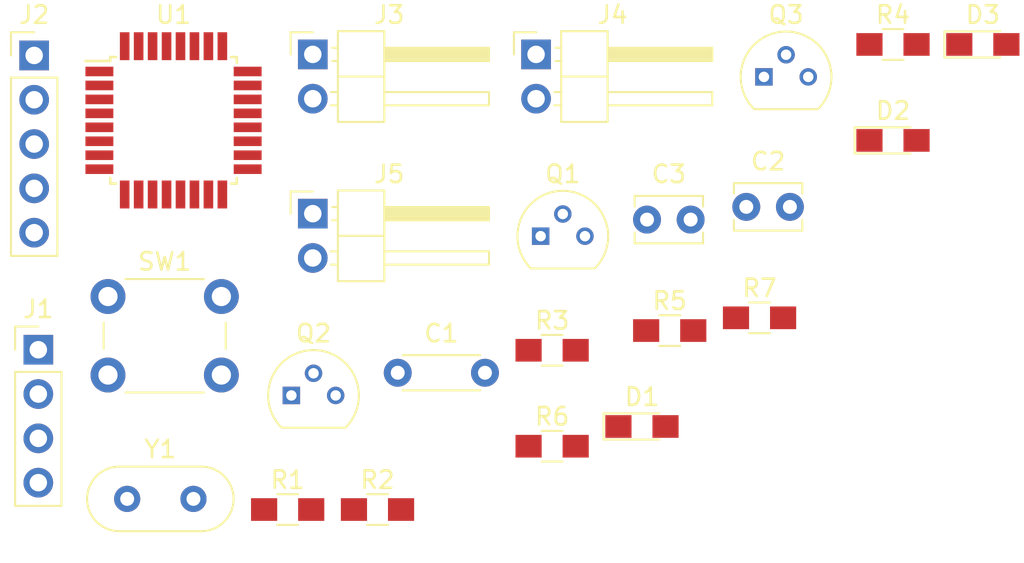
<source format=kicad_pcb>
(kicad_pcb (version 4) (host pcbnew 4.0.7)

  (general
    (links 50)
    (no_connects 50)
    (area 55.118 29.845 114.108002 62.495)
    (thickness 1.6)
    (drawings 0)
    (tracks 0)
    (zones 0)
    (modules 24)
    (nets 26)
  )

  (page User 250.012 140.005)
  (title_block
    (title "Trync operato rmodule")
  )

  (layers
    (0 F.Cu signal)
    (31 B.Cu signal)
    (32 B.Adhes user)
    (33 F.Adhes user)
    (34 B.Paste user)
    (35 F.Paste user)
    (36 B.SilkS user)
    (37 F.SilkS user)
    (38 B.Mask user)
    (39 F.Mask user)
    (40 Dwgs.User user)
    (41 Cmts.User user)
    (42 Eco1.User user)
    (43 Eco2.User user)
    (44 Edge.Cuts user)
    (45 Margin user)
    (46 B.CrtYd user)
    (47 F.CrtYd user)
    (48 B.Fab user)
    (49 F.Fab user)
  )

  (setup
    (last_trace_width 0.25)
    (trace_clearance 0.2)
    (zone_clearance 0.508)
    (zone_45_only no)
    (trace_min 0.2)
    (segment_width 0.2)
    (edge_width 0.1)
    (via_size 0.6)
    (via_drill 0.4)
    (via_min_size 0.4)
    (via_min_drill 0.3)
    (uvia_size 0.3)
    (uvia_drill 0.1)
    (uvias_allowed no)
    (uvia_min_size 0.2)
    (uvia_min_drill 0.1)
    (pcb_text_width 0.3)
    (pcb_text_size 1.5 1.5)
    (mod_edge_width 0.15)
    (mod_text_size 1 1)
    (mod_text_width 0.15)
    (pad_size 1.5 1.5)
    (pad_drill 0.6)
    (pad_to_mask_clearance 0)
    (aux_axis_origin 0 0)
    (visible_elements FFFFFF7F)
    (pcbplotparams
      (layerselection 0x00030_80000001)
      (usegerberextensions false)
      (excludeedgelayer true)
      (linewidth 0.010000)
      (plotframeref false)
      (viasonmask false)
      (mode 1)
      (useauxorigin false)
      (hpglpennumber 1)
      (hpglpenspeed 20)
      (hpglpendiameter 15)
      (hpglpenoverlay 2)
      (psnegative false)
      (psa4output false)
      (plotreference true)
      (plotvalue true)
      (plotinvisibletext false)
      (padsonsilk false)
      (subtractmaskfromsilk false)
      (outputformat 1)
      (mirror false)
      (drillshape 1)
      (scaleselection 1)
      (outputdirectory ""))
  )

  (net 0 "")
  (net 1 RESET)
  (net 2 "Net-(C1-Pad2)")
  (net 3 GND)
  (net 4 "Net-(C2-Pad2)")
  (net 5 "Net-(C3-Pad2)")
  (net 6 "Net-(D1-Pad2)")
  (net 7 "Net-(D2-Pad2)")
  (net 8 "Net-(D3-Pad2)")
  (net 9 SCL)
  (net 10 SDA)
  (net 11 VCC)
  (net 12 RX)
  (net 13 TX)
  (net 14 "Net-(J3-Pad1)")
  (net 15 "Net-(J4-Pad1)")
  (net 16 "Net-(J5-Pad1)")
  (net 17 "Net-(Q1-Pad3)")
  (net 18 "Net-(Q2-Pad3)")
  (net 19 "Net-(Q3-Pad3)")
  (net 20 "Net-(R2-Pad2)")
  (net 21 "Net-(R3-Pad2)")
  (net 22 "Net-(R4-Pad2)")
  (net 23 "Net-(R5-Pad2)")
  (net 24 "Net-(R6-Pad2)")
  (net 25 "Net-(R7-Pad2)")

  (net_class Default "This is the default net class."
    (clearance 0.2)
    (trace_width 0.25)
    (via_dia 0.6)
    (via_drill 0.4)
    (uvia_dia 0.3)
    (uvia_drill 0.1)
    (add_net GND)
    (add_net "Net-(C1-Pad2)")
    (add_net "Net-(C2-Pad2)")
    (add_net "Net-(C3-Pad2)")
    (add_net "Net-(D1-Pad2)")
    (add_net "Net-(D2-Pad2)")
    (add_net "Net-(D3-Pad2)")
    (add_net "Net-(J3-Pad1)")
    (add_net "Net-(J4-Pad1)")
    (add_net "Net-(J5-Pad1)")
    (add_net "Net-(Q1-Pad3)")
    (add_net "Net-(Q2-Pad3)")
    (add_net "Net-(Q3-Pad3)")
    (add_net "Net-(R2-Pad2)")
    (add_net "Net-(R3-Pad2)")
    (add_net "Net-(R4-Pad2)")
    (add_net "Net-(R5-Pad2)")
    (add_net "Net-(R6-Pad2)")
    (add_net "Net-(R7-Pad2)")
    (add_net RESET)
    (add_net RX)
    (add_net SCL)
    (add_net SDA)
    (add_net TX)
    (add_net VCC)
  )

  (module Capacitors_THT:C_Disc_D4.3mm_W1.9mm_P5.00mm (layer F.Cu) (tedit 597BC7C2) (tstamp 5A7DDDCA)
    (at 77.993001 51.34)
    (descr "C, Disc series, Radial, pin pitch=5.00mm, , diameter*width=4.3*1.9mm^2, Capacitor, http://www.vishay.com/docs/45233/krseries.pdf")
    (tags "C Disc series Radial pin pitch 5.00mm  diameter 4.3mm width 1.9mm Capacitor")
    (path /5A7D9850)
    (fp_text reference C1 (at 2.5 -2.26) (layer F.SilkS)
      (effects (font (size 1 1) (thickness 0.15)))
    )
    (fp_text value 100n (at 2.5 2.26) (layer F.Fab)
      (effects (font (size 1 1) (thickness 0.15)))
    )
    (fp_line (start 0.35 -0.95) (end 0.35 0.95) (layer F.Fab) (width 0.1))
    (fp_line (start 0.35 0.95) (end 4.65 0.95) (layer F.Fab) (width 0.1))
    (fp_line (start 4.65 0.95) (end 4.65 -0.95) (layer F.Fab) (width 0.1))
    (fp_line (start 4.65 -0.95) (end 0.35 -0.95) (layer F.Fab) (width 0.1))
    (fp_line (start 0.29 -1.01) (end 4.71 -1.01) (layer F.SilkS) (width 0.12))
    (fp_line (start 0.29 1.01) (end 4.71 1.01) (layer F.SilkS) (width 0.12))
    (fp_line (start 0.29 -1.01) (end 0.29 -0.996) (layer F.SilkS) (width 0.12))
    (fp_line (start 0.29 0.996) (end 0.29 1.01) (layer F.SilkS) (width 0.12))
    (fp_line (start 4.71 -1.01) (end 4.71 -0.996) (layer F.SilkS) (width 0.12))
    (fp_line (start 4.71 0.996) (end 4.71 1.01) (layer F.SilkS) (width 0.12))
    (fp_line (start -1.05 -1.3) (end -1.05 1.3) (layer F.CrtYd) (width 0.05))
    (fp_line (start -1.05 1.3) (end 6.05 1.3) (layer F.CrtYd) (width 0.05))
    (fp_line (start 6.05 1.3) (end 6.05 -1.3) (layer F.CrtYd) (width 0.05))
    (fp_line (start 6.05 -1.3) (end -1.05 -1.3) (layer F.CrtYd) (width 0.05))
    (fp_text user %R (at 2.5 0) (layer F.Fab)
      (effects (font (size 1 1) (thickness 0.15)))
    )
    (pad 1 thru_hole circle (at 0 0) (size 1.6 1.6) (drill 0.8) (layers *.Cu *.Mask)
      (net 1 RESET))
    (pad 2 thru_hole circle (at 5 0) (size 1.6 1.6) (drill 0.8) (layers *.Cu *.Mask)
      (net 2 "Net-(C1-Pad2)"))
    (model ${KISYS3DMOD}/Capacitors_THT.3dshapes/C_Disc_D4.3mm_W1.9mm_P5.00mm.wrl
      (at (xyz 0 0 0))
      (scale (xyz 1 1 1))
      (rotate (xyz 0 0 0))
    )
  )

  (module Capacitors_THT:C_Disc_D3.8mm_W2.6mm_P2.50mm (layer F.Cu) (tedit 597BC7C2) (tstamp 5A7DDDD0)
    (at 97.973001 41.83)
    (descr "C, Disc series, Radial, pin pitch=2.50mm, , diameter*width=3.8*2.6mm^2, Capacitor, http://www.vishay.com/docs/45233/krseries.pdf")
    (tags "C Disc series Radial pin pitch 2.50mm  diameter 3.8mm width 2.6mm Capacitor")
    (path /5A7DA130)
    (fp_text reference C2 (at 1.25 -2.61) (layer F.SilkS)
      (effects (font (size 1 1) (thickness 0.15)))
    )
    (fp_text value 0.22n (at 1.25 2.61) (layer F.Fab)
      (effects (font (size 1 1) (thickness 0.15)))
    )
    (fp_line (start -0.65 -1.3) (end -0.65 1.3) (layer F.Fab) (width 0.1))
    (fp_line (start -0.65 1.3) (end 3.15 1.3) (layer F.Fab) (width 0.1))
    (fp_line (start 3.15 1.3) (end 3.15 -1.3) (layer F.Fab) (width 0.1))
    (fp_line (start 3.15 -1.3) (end -0.65 -1.3) (layer F.Fab) (width 0.1))
    (fp_line (start -0.71 -1.36) (end 3.21 -1.36) (layer F.SilkS) (width 0.12))
    (fp_line (start -0.71 1.36) (end 3.21 1.36) (layer F.SilkS) (width 0.12))
    (fp_line (start -0.71 -1.36) (end -0.71 -0.75) (layer F.SilkS) (width 0.12))
    (fp_line (start -0.71 0.75) (end -0.71 1.36) (layer F.SilkS) (width 0.12))
    (fp_line (start 3.21 -1.36) (end 3.21 -0.75) (layer F.SilkS) (width 0.12))
    (fp_line (start 3.21 0.75) (end 3.21 1.36) (layer F.SilkS) (width 0.12))
    (fp_line (start -1.05 -1.65) (end -1.05 1.65) (layer F.CrtYd) (width 0.05))
    (fp_line (start -1.05 1.65) (end 3.55 1.65) (layer F.CrtYd) (width 0.05))
    (fp_line (start 3.55 1.65) (end 3.55 -1.65) (layer F.CrtYd) (width 0.05))
    (fp_line (start 3.55 -1.65) (end -1.05 -1.65) (layer F.CrtYd) (width 0.05))
    (fp_text user %R (at 1.25 0) (layer F.Fab)
      (effects (font (size 1 1) (thickness 0.15)))
    )
    (pad 1 thru_hole circle (at 0 0) (size 1.6 1.6) (drill 0.8) (layers *.Cu *.Mask)
      (net 3 GND))
    (pad 2 thru_hole circle (at 2.5 0) (size 1.6 1.6) (drill 0.8) (layers *.Cu *.Mask)
      (net 4 "Net-(C2-Pad2)"))
    (model ${KISYS3DMOD}/Capacitors_THT.3dshapes/C_Disc_D3.8mm_W2.6mm_P2.50mm.wrl
      (at (xyz 0 0 0))
      (scale (xyz 1 1 1))
      (rotate (xyz 0 0 0))
    )
  )

  (module Capacitors_THT:C_Disc_D3.8mm_W2.6mm_P2.50mm (layer F.Cu) (tedit 597BC7C2) (tstamp 5A7DDDD6)
    (at 92.283001 42.56)
    (descr "C, Disc series, Radial, pin pitch=2.50mm, , diameter*width=3.8*2.6mm^2, Capacitor, http://www.vishay.com/docs/45233/krseries.pdf")
    (tags "C Disc series Radial pin pitch 2.50mm  diameter 3.8mm width 2.6mm Capacitor")
    (path /5A7DA169)
    (fp_text reference C3 (at 1.25 -2.61) (layer F.SilkS)
      (effects (font (size 1 1) (thickness 0.15)))
    )
    (fp_text value 0.22n (at 1.25 2.61) (layer F.Fab)
      (effects (font (size 1 1) (thickness 0.15)))
    )
    (fp_line (start -0.65 -1.3) (end -0.65 1.3) (layer F.Fab) (width 0.1))
    (fp_line (start -0.65 1.3) (end 3.15 1.3) (layer F.Fab) (width 0.1))
    (fp_line (start 3.15 1.3) (end 3.15 -1.3) (layer F.Fab) (width 0.1))
    (fp_line (start 3.15 -1.3) (end -0.65 -1.3) (layer F.Fab) (width 0.1))
    (fp_line (start -0.71 -1.36) (end 3.21 -1.36) (layer F.SilkS) (width 0.12))
    (fp_line (start -0.71 1.36) (end 3.21 1.36) (layer F.SilkS) (width 0.12))
    (fp_line (start -0.71 -1.36) (end -0.71 -0.75) (layer F.SilkS) (width 0.12))
    (fp_line (start -0.71 0.75) (end -0.71 1.36) (layer F.SilkS) (width 0.12))
    (fp_line (start 3.21 -1.36) (end 3.21 -0.75) (layer F.SilkS) (width 0.12))
    (fp_line (start 3.21 0.75) (end 3.21 1.36) (layer F.SilkS) (width 0.12))
    (fp_line (start -1.05 -1.65) (end -1.05 1.65) (layer F.CrtYd) (width 0.05))
    (fp_line (start -1.05 1.65) (end 3.55 1.65) (layer F.CrtYd) (width 0.05))
    (fp_line (start 3.55 1.65) (end 3.55 -1.65) (layer F.CrtYd) (width 0.05))
    (fp_line (start 3.55 -1.65) (end -1.05 -1.65) (layer F.CrtYd) (width 0.05))
    (fp_text user %R (at 1.25 0) (layer F.Fab)
      (effects (font (size 1 1) (thickness 0.15)))
    )
    (pad 1 thru_hole circle (at 0 0) (size 1.6 1.6) (drill 0.8) (layers *.Cu *.Mask)
      (net 3 GND))
    (pad 2 thru_hole circle (at 2.5 0) (size 1.6 1.6) (drill 0.8) (layers *.Cu *.Mask)
      (net 5 "Net-(C3-Pad2)"))
    (model ${KISYS3DMOD}/Capacitors_THT.3dshapes/C_Disc_D3.8mm_W2.6mm_P2.50mm.wrl
      (at (xyz 0 0 0))
      (scale (xyz 1 1 1))
      (rotate (xyz 0 0 0))
    )
  )

  (module LEDs:LED_0805_HandSoldering (layer F.Cu) (tedit 595FCA25) (tstamp 5A7DDDDC)
    (at 91.993001 54.42)
    (descr "Resistor SMD 0805, hand soldering")
    (tags "resistor 0805")
    (path /5A7DDD92)
    (attr smd)
    (fp_text reference D1 (at 0 -1.7) (layer F.SilkS)
      (effects (font (size 1 1) (thickness 0.15)))
    )
    (fp_text value LED_B (at 0 1.75) (layer F.Fab)
      (effects (font (size 1 1) (thickness 0.15)))
    )
    (fp_line (start -0.4 -0.4) (end -0.4 0.4) (layer F.Fab) (width 0.1))
    (fp_line (start -0.4 0) (end 0.2 -0.4) (layer F.Fab) (width 0.1))
    (fp_line (start 0.2 0.4) (end -0.4 0) (layer F.Fab) (width 0.1))
    (fp_line (start 0.2 -0.4) (end 0.2 0.4) (layer F.Fab) (width 0.1))
    (fp_line (start -1 0.62) (end -1 -0.62) (layer F.Fab) (width 0.1))
    (fp_line (start 1 0.62) (end -1 0.62) (layer F.Fab) (width 0.1))
    (fp_line (start 1 -0.62) (end 1 0.62) (layer F.Fab) (width 0.1))
    (fp_line (start -1 -0.62) (end 1 -0.62) (layer F.Fab) (width 0.1))
    (fp_line (start 1 0.75) (end -2.2 0.75) (layer F.SilkS) (width 0.12))
    (fp_line (start -2.2 -0.75) (end 1 -0.75) (layer F.SilkS) (width 0.12))
    (fp_line (start -2.35 -0.9) (end 2.35 -0.9) (layer F.CrtYd) (width 0.05))
    (fp_line (start -2.35 -0.9) (end -2.35 0.9) (layer F.CrtYd) (width 0.05))
    (fp_line (start 2.35 0.9) (end 2.35 -0.9) (layer F.CrtYd) (width 0.05))
    (fp_line (start 2.35 0.9) (end -2.35 0.9) (layer F.CrtYd) (width 0.05))
    (fp_line (start -2.2 -0.75) (end -2.2 0.75) (layer F.SilkS) (width 0.12))
    (pad 1 smd rect (at -1.35 0) (size 1.5 1.3) (layers F.Cu F.Paste F.Mask)
      (net 3 GND))
    (pad 2 smd rect (at 1.35 0) (size 1.5 1.3) (layers F.Cu F.Paste F.Mask)
      (net 6 "Net-(D1-Pad2)"))
    (model ${KISYS3DMOD}/LEDs.3dshapes/LED_0805.wrl
      (at (xyz 0 0 0))
      (scale (xyz 1 1 1))
      (rotate (xyz 0 0 0))
    )
  )

  (module LEDs:LED_0805_HandSoldering (layer F.Cu) (tedit 595FCA25) (tstamp 5A7DDDE2)
    (at 106.383001 38.02)
    (descr "Resistor SMD 0805, hand soldering")
    (tags "resistor 0805")
    (path /5A7DDE0D)
    (attr smd)
    (fp_text reference D2 (at 0 -1.7) (layer F.SilkS)
      (effects (font (size 1 1) (thickness 0.15)))
    )
    (fp_text value LED_R (at 0 1.75) (layer F.Fab)
      (effects (font (size 1 1) (thickness 0.15)))
    )
    (fp_line (start -0.4 -0.4) (end -0.4 0.4) (layer F.Fab) (width 0.1))
    (fp_line (start -0.4 0) (end 0.2 -0.4) (layer F.Fab) (width 0.1))
    (fp_line (start 0.2 0.4) (end -0.4 0) (layer F.Fab) (width 0.1))
    (fp_line (start 0.2 -0.4) (end 0.2 0.4) (layer F.Fab) (width 0.1))
    (fp_line (start -1 0.62) (end -1 -0.62) (layer F.Fab) (width 0.1))
    (fp_line (start 1 0.62) (end -1 0.62) (layer F.Fab) (width 0.1))
    (fp_line (start 1 -0.62) (end 1 0.62) (layer F.Fab) (width 0.1))
    (fp_line (start -1 -0.62) (end 1 -0.62) (layer F.Fab) (width 0.1))
    (fp_line (start 1 0.75) (end -2.2 0.75) (layer F.SilkS) (width 0.12))
    (fp_line (start -2.2 -0.75) (end 1 -0.75) (layer F.SilkS) (width 0.12))
    (fp_line (start -2.35 -0.9) (end 2.35 -0.9) (layer F.CrtYd) (width 0.05))
    (fp_line (start -2.35 -0.9) (end -2.35 0.9) (layer F.CrtYd) (width 0.05))
    (fp_line (start 2.35 0.9) (end 2.35 -0.9) (layer F.CrtYd) (width 0.05))
    (fp_line (start 2.35 0.9) (end -2.35 0.9) (layer F.CrtYd) (width 0.05))
    (fp_line (start -2.2 -0.75) (end -2.2 0.75) (layer F.SilkS) (width 0.12))
    (pad 1 smd rect (at -1.35 0) (size 1.5 1.3) (layers F.Cu F.Paste F.Mask)
      (net 3 GND))
    (pad 2 smd rect (at 1.35 0) (size 1.5 1.3) (layers F.Cu F.Paste F.Mask)
      (net 7 "Net-(D2-Pad2)"))
    (model ${KISYS3DMOD}/LEDs.3dshapes/LED_0805.wrl
      (at (xyz 0 0 0))
      (scale (xyz 1 1 1))
      (rotate (xyz 0 0 0))
    )
  )

  (module LEDs:LED_0805_HandSoldering (layer F.Cu) (tedit 595FCA25) (tstamp 5A7DDDE8)
    (at 111.533001 32.52)
    (descr "Resistor SMD 0805, hand soldering")
    (tags "resistor 0805")
    (path /5A7DDB94)
    (attr smd)
    (fp_text reference D3 (at 0 -1.7) (layer F.SilkS)
      (effects (font (size 1 1) (thickness 0.15)))
    )
    (fp_text value LED_G (at 0 1.75) (layer F.Fab)
      (effects (font (size 1 1) (thickness 0.15)))
    )
    (fp_line (start -0.4 -0.4) (end -0.4 0.4) (layer F.Fab) (width 0.1))
    (fp_line (start -0.4 0) (end 0.2 -0.4) (layer F.Fab) (width 0.1))
    (fp_line (start 0.2 0.4) (end -0.4 0) (layer F.Fab) (width 0.1))
    (fp_line (start 0.2 -0.4) (end 0.2 0.4) (layer F.Fab) (width 0.1))
    (fp_line (start -1 0.62) (end -1 -0.62) (layer F.Fab) (width 0.1))
    (fp_line (start 1 0.62) (end -1 0.62) (layer F.Fab) (width 0.1))
    (fp_line (start 1 -0.62) (end 1 0.62) (layer F.Fab) (width 0.1))
    (fp_line (start -1 -0.62) (end 1 -0.62) (layer F.Fab) (width 0.1))
    (fp_line (start 1 0.75) (end -2.2 0.75) (layer F.SilkS) (width 0.12))
    (fp_line (start -2.2 -0.75) (end 1 -0.75) (layer F.SilkS) (width 0.12))
    (fp_line (start -2.35 -0.9) (end 2.35 -0.9) (layer F.CrtYd) (width 0.05))
    (fp_line (start -2.35 -0.9) (end -2.35 0.9) (layer F.CrtYd) (width 0.05))
    (fp_line (start 2.35 0.9) (end 2.35 -0.9) (layer F.CrtYd) (width 0.05))
    (fp_line (start 2.35 0.9) (end -2.35 0.9) (layer F.CrtYd) (width 0.05))
    (fp_line (start -2.2 -0.75) (end -2.2 0.75) (layer F.SilkS) (width 0.12))
    (pad 1 smd rect (at -1.35 0) (size 1.5 1.3) (layers F.Cu F.Paste F.Mask)
      (net 3 GND))
    (pad 2 smd rect (at 1.35 0) (size 1.5 1.3) (layers F.Cu F.Paste F.Mask)
      (net 8 "Net-(D3-Pad2)"))
    (model ${KISYS3DMOD}/LEDs.3dshapes/LED_0805.wrl
      (at (xyz 0 0 0))
      (scale (xyz 1 1 1))
      (rotate (xyz 0 0 0))
    )
  )

  (module Pin_Headers:Pin_Header_Straight_1x04_Pitch2.54mm (layer F.Cu) (tedit 59650532) (tstamp 5A7DDDF0)
    (at 57.389429 50.02)
    (descr "Through hole straight pin header, 1x04, 2.54mm pitch, single row")
    (tags "Through hole pin header THT 1x04 2.54mm single row")
    (path /5A7D8F27)
    (fp_text reference J1 (at 0 -2.33) (layer F.SilkS)
      (effects (font (size 1 1) (thickness 0.15)))
    )
    (fp_text value agent (at 0 9.95) (layer F.Fab)
      (effects (font (size 1 1) (thickness 0.15)))
    )
    (fp_line (start -0.635 -1.27) (end 1.27 -1.27) (layer F.Fab) (width 0.1))
    (fp_line (start 1.27 -1.27) (end 1.27 8.89) (layer F.Fab) (width 0.1))
    (fp_line (start 1.27 8.89) (end -1.27 8.89) (layer F.Fab) (width 0.1))
    (fp_line (start -1.27 8.89) (end -1.27 -0.635) (layer F.Fab) (width 0.1))
    (fp_line (start -1.27 -0.635) (end -0.635 -1.27) (layer F.Fab) (width 0.1))
    (fp_line (start -1.33 8.95) (end 1.33 8.95) (layer F.SilkS) (width 0.12))
    (fp_line (start -1.33 1.27) (end -1.33 8.95) (layer F.SilkS) (width 0.12))
    (fp_line (start 1.33 1.27) (end 1.33 8.95) (layer F.SilkS) (width 0.12))
    (fp_line (start -1.33 1.27) (end 1.33 1.27) (layer F.SilkS) (width 0.12))
    (fp_line (start -1.33 0) (end -1.33 -1.33) (layer F.SilkS) (width 0.12))
    (fp_line (start -1.33 -1.33) (end 0 -1.33) (layer F.SilkS) (width 0.12))
    (fp_line (start -1.8 -1.8) (end -1.8 9.4) (layer F.CrtYd) (width 0.05))
    (fp_line (start -1.8 9.4) (end 1.8 9.4) (layer F.CrtYd) (width 0.05))
    (fp_line (start 1.8 9.4) (end 1.8 -1.8) (layer F.CrtYd) (width 0.05))
    (fp_line (start 1.8 -1.8) (end -1.8 -1.8) (layer F.CrtYd) (width 0.05))
    (fp_text user %R (at 0 3.81 90) (layer F.Fab)
      (effects (font (size 1 1) (thickness 0.15)))
    )
    (pad 1 thru_hole rect (at 0 0) (size 1.7 1.7) (drill 1) (layers *.Cu *.Mask)
      (net 3 GND))
    (pad 2 thru_hole oval (at 0 2.54) (size 1.7 1.7) (drill 1) (layers *.Cu *.Mask)
      (net 9 SCL))
    (pad 3 thru_hole oval (at 0 5.08) (size 1.7 1.7) (drill 1) (layers *.Cu *.Mask)
      (net 10 SDA))
    (pad 4 thru_hole oval (at 0 7.62) (size 1.7 1.7) (drill 1) (layers *.Cu *.Mask)
      (net 11 VCC))
    (model ${KISYS3DMOD}/Pin_Headers.3dshapes/Pin_Header_Straight_1x04_Pitch2.54mm.wrl
      (at (xyz 0 0 0))
      (scale (xyz 1 1 1))
      (rotate (xyz 0 0 0))
    )
  )

  (module Pin_Headers:Pin_Header_Straight_1x05_Pitch2.54mm (layer F.Cu) (tedit 59650532) (tstamp 5A7DDDF9)
    (at 57.151333 33.15)
    (descr "Through hole straight pin header, 1x05, 2.54mm pitch, single row")
    (tags "Through hole pin header THT 1x05 2.54mm single row")
    (path /5A7D9148)
    (fp_text reference J2 (at 0 -2.33) (layer F.SilkS)
      (effects (font (size 1 1) (thickness 0.15)))
    )
    (fp_text value UART (at 0 12.49) (layer F.Fab)
      (effects (font (size 1 1) (thickness 0.15)))
    )
    (fp_line (start -0.635 -1.27) (end 1.27 -1.27) (layer F.Fab) (width 0.1))
    (fp_line (start 1.27 -1.27) (end 1.27 11.43) (layer F.Fab) (width 0.1))
    (fp_line (start 1.27 11.43) (end -1.27 11.43) (layer F.Fab) (width 0.1))
    (fp_line (start -1.27 11.43) (end -1.27 -0.635) (layer F.Fab) (width 0.1))
    (fp_line (start -1.27 -0.635) (end -0.635 -1.27) (layer F.Fab) (width 0.1))
    (fp_line (start -1.33 11.49) (end 1.33 11.49) (layer F.SilkS) (width 0.12))
    (fp_line (start -1.33 1.27) (end -1.33 11.49) (layer F.SilkS) (width 0.12))
    (fp_line (start 1.33 1.27) (end 1.33 11.49) (layer F.SilkS) (width 0.12))
    (fp_line (start -1.33 1.27) (end 1.33 1.27) (layer F.SilkS) (width 0.12))
    (fp_line (start -1.33 0) (end -1.33 -1.33) (layer F.SilkS) (width 0.12))
    (fp_line (start -1.33 -1.33) (end 0 -1.33) (layer F.SilkS) (width 0.12))
    (fp_line (start -1.8 -1.8) (end -1.8 11.95) (layer F.CrtYd) (width 0.05))
    (fp_line (start -1.8 11.95) (end 1.8 11.95) (layer F.CrtYd) (width 0.05))
    (fp_line (start 1.8 11.95) (end 1.8 -1.8) (layer F.CrtYd) (width 0.05))
    (fp_line (start 1.8 -1.8) (end -1.8 -1.8) (layer F.CrtYd) (width 0.05))
    (fp_text user %R (at 0 5.08 90) (layer F.Fab)
      (effects (font (size 1 1) (thickness 0.15)))
    )
    (pad 1 thru_hole rect (at 0 0) (size 1.7 1.7) (drill 1) (layers *.Cu *.Mask)
      (net 2 "Net-(C1-Pad2)"))
    (pad 2 thru_hole oval (at 0 2.54) (size 1.7 1.7) (drill 1) (layers *.Cu *.Mask)
      (net 3 GND))
    (pad 3 thru_hole oval (at 0 5.08) (size 1.7 1.7) (drill 1) (layers *.Cu *.Mask)
      (net 12 RX))
    (pad 4 thru_hole oval (at 0 7.62) (size 1.7 1.7) (drill 1) (layers *.Cu *.Mask)
      (net 13 TX))
    (pad 5 thru_hole oval (at 0 10.16) (size 1.7 1.7) (drill 1) (layers *.Cu *.Mask)
      (net 11 VCC))
    (model ${KISYS3DMOD}/Pin_Headers.3dshapes/Pin_Header_Straight_1x05_Pitch2.54mm.wrl
      (at (xyz 0 0 0))
      (scale (xyz 1 1 1))
      (rotate (xyz 0 0 0))
    )
  )

  (module Pin_Headers:Pin_Header_Angled_1x02_Pitch2.54mm (layer F.Cu) (tedit 59650532) (tstamp 5A7DDDFF)
    (at 73.123001 33.09)
    (descr "Through hole angled pin header, 1x02, 2.54mm pitch, 6mm pin length, single row")
    (tags "Through hole angled pin header THT 1x02 2.54mm single row")
    (path /5A7DC191)
    (fp_text reference J3 (at 4.385 -2.27) (layer F.SilkS)
      (effects (font (size 1 1) (thickness 0.15)))
    )
    (fp_text value AC (at 4.385 4.81) (layer F.Fab)
      (effects (font (size 1 1) (thickness 0.15)))
    )
    (fp_line (start 2.135 -1.27) (end 4.04 -1.27) (layer F.Fab) (width 0.1))
    (fp_line (start 4.04 -1.27) (end 4.04 3.81) (layer F.Fab) (width 0.1))
    (fp_line (start 4.04 3.81) (end 1.5 3.81) (layer F.Fab) (width 0.1))
    (fp_line (start 1.5 3.81) (end 1.5 -0.635) (layer F.Fab) (width 0.1))
    (fp_line (start 1.5 -0.635) (end 2.135 -1.27) (layer F.Fab) (width 0.1))
    (fp_line (start -0.32 -0.32) (end 1.5 -0.32) (layer F.Fab) (width 0.1))
    (fp_line (start -0.32 -0.32) (end -0.32 0.32) (layer F.Fab) (width 0.1))
    (fp_line (start -0.32 0.32) (end 1.5 0.32) (layer F.Fab) (width 0.1))
    (fp_line (start 4.04 -0.32) (end 10.04 -0.32) (layer F.Fab) (width 0.1))
    (fp_line (start 10.04 -0.32) (end 10.04 0.32) (layer F.Fab) (width 0.1))
    (fp_line (start 4.04 0.32) (end 10.04 0.32) (layer F.Fab) (width 0.1))
    (fp_line (start -0.32 2.22) (end 1.5 2.22) (layer F.Fab) (width 0.1))
    (fp_line (start -0.32 2.22) (end -0.32 2.86) (layer F.Fab) (width 0.1))
    (fp_line (start -0.32 2.86) (end 1.5 2.86) (layer F.Fab) (width 0.1))
    (fp_line (start 4.04 2.22) (end 10.04 2.22) (layer F.Fab) (width 0.1))
    (fp_line (start 10.04 2.22) (end 10.04 2.86) (layer F.Fab) (width 0.1))
    (fp_line (start 4.04 2.86) (end 10.04 2.86) (layer F.Fab) (width 0.1))
    (fp_line (start 1.44 -1.33) (end 1.44 3.87) (layer F.SilkS) (width 0.12))
    (fp_line (start 1.44 3.87) (end 4.1 3.87) (layer F.SilkS) (width 0.12))
    (fp_line (start 4.1 3.87) (end 4.1 -1.33) (layer F.SilkS) (width 0.12))
    (fp_line (start 4.1 -1.33) (end 1.44 -1.33) (layer F.SilkS) (width 0.12))
    (fp_line (start 4.1 -0.38) (end 10.1 -0.38) (layer F.SilkS) (width 0.12))
    (fp_line (start 10.1 -0.38) (end 10.1 0.38) (layer F.SilkS) (width 0.12))
    (fp_line (start 10.1 0.38) (end 4.1 0.38) (layer F.SilkS) (width 0.12))
    (fp_line (start 4.1 -0.32) (end 10.1 -0.32) (layer F.SilkS) (width 0.12))
    (fp_line (start 4.1 -0.2) (end 10.1 -0.2) (layer F.SilkS) (width 0.12))
    (fp_line (start 4.1 -0.08) (end 10.1 -0.08) (layer F.SilkS) (width 0.12))
    (fp_line (start 4.1 0.04) (end 10.1 0.04) (layer F.SilkS) (width 0.12))
    (fp_line (start 4.1 0.16) (end 10.1 0.16) (layer F.SilkS) (width 0.12))
    (fp_line (start 4.1 0.28) (end 10.1 0.28) (layer F.SilkS) (width 0.12))
    (fp_line (start 1.11 -0.38) (end 1.44 -0.38) (layer F.SilkS) (width 0.12))
    (fp_line (start 1.11 0.38) (end 1.44 0.38) (layer F.SilkS) (width 0.12))
    (fp_line (start 1.44 1.27) (end 4.1 1.27) (layer F.SilkS) (width 0.12))
    (fp_line (start 4.1 2.16) (end 10.1 2.16) (layer F.SilkS) (width 0.12))
    (fp_line (start 10.1 2.16) (end 10.1 2.92) (layer F.SilkS) (width 0.12))
    (fp_line (start 10.1 2.92) (end 4.1 2.92) (layer F.SilkS) (width 0.12))
    (fp_line (start 1.042929 2.16) (end 1.44 2.16) (layer F.SilkS) (width 0.12))
    (fp_line (start 1.042929 2.92) (end 1.44 2.92) (layer F.SilkS) (width 0.12))
    (fp_line (start -1.27 0) (end -1.27 -1.27) (layer F.SilkS) (width 0.12))
    (fp_line (start -1.27 -1.27) (end 0 -1.27) (layer F.SilkS) (width 0.12))
    (fp_line (start -1.8 -1.8) (end -1.8 4.35) (layer F.CrtYd) (width 0.05))
    (fp_line (start -1.8 4.35) (end 10.55 4.35) (layer F.CrtYd) (width 0.05))
    (fp_line (start 10.55 4.35) (end 10.55 -1.8) (layer F.CrtYd) (width 0.05))
    (fp_line (start 10.55 -1.8) (end -1.8 -1.8) (layer F.CrtYd) (width 0.05))
    (fp_text user %R (at 2.77 1.27 90) (layer F.Fab)
      (effects (font (size 1 1) (thickness 0.15)))
    )
    (pad 1 thru_hole rect (at 0 0) (size 1.7 1.7) (drill 1) (layers *.Cu *.Mask)
      (net 14 "Net-(J3-Pad1)"))
    (pad 2 thru_hole oval (at 0 2.54) (size 1.7 1.7) (drill 1) (layers *.Cu *.Mask)
      (net 3 GND))
    (model ${KISYS3DMOD}/Pin_Headers.3dshapes/Pin_Header_Angled_1x02_Pitch2.54mm.wrl
      (at (xyz 0 0 0))
      (scale (xyz 1 1 1))
      (rotate (xyz 0 0 0))
    )
  )

  (module Pin_Headers:Pin_Header_Angled_1x02_Pitch2.54mm (layer F.Cu) (tedit 59650532) (tstamp 5A7DDE05)
    (at 85.923001 33.09)
    (descr "Through hole angled pin header, 1x02, 2.54mm pitch, 6mm pin length, single row")
    (tags "Through hole angled pin header THT 1x02 2.54mm single row")
    (path /5A7DC2D6)
    (fp_text reference J4 (at 4.385 -2.27) (layer F.SilkS)
      (effects (font (size 1 1) (thickness 0.15)))
    )
    (fp_text value HEATER (at 4.385 4.81) (layer F.Fab)
      (effects (font (size 1 1) (thickness 0.15)))
    )
    (fp_line (start 2.135 -1.27) (end 4.04 -1.27) (layer F.Fab) (width 0.1))
    (fp_line (start 4.04 -1.27) (end 4.04 3.81) (layer F.Fab) (width 0.1))
    (fp_line (start 4.04 3.81) (end 1.5 3.81) (layer F.Fab) (width 0.1))
    (fp_line (start 1.5 3.81) (end 1.5 -0.635) (layer F.Fab) (width 0.1))
    (fp_line (start 1.5 -0.635) (end 2.135 -1.27) (layer F.Fab) (width 0.1))
    (fp_line (start -0.32 -0.32) (end 1.5 -0.32) (layer F.Fab) (width 0.1))
    (fp_line (start -0.32 -0.32) (end -0.32 0.32) (layer F.Fab) (width 0.1))
    (fp_line (start -0.32 0.32) (end 1.5 0.32) (layer F.Fab) (width 0.1))
    (fp_line (start 4.04 -0.32) (end 10.04 -0.32) (layer F.Fab) (width 0.1))
    (fp_line (start 10.04 -0.32) (end 10.04 0.32) (layer F.Fab) (width 0.1))
    (fp_line (start 4.04 0.32) (end 10.04 0.32) (layer F.Fab) (width 0.1))
    (fp_line (start -0.32 2.22) (end 1.5 2.22) (layer F.Fab) (width 0.1))
    (fp_line (start -0.32 2.22) (end -0.32 2.86) (layer F.Fab) (width 0.1))
    (fp_line (start -0.32 2.86) (end 1.5 2.86) (layer F.Fab) (width 0.1))
    (fp_line (start 4.04 2.22) (end 10.04 2.22) (layer F.Fab) (width 0.1))
    (fp_line (start 10.04 2.22) (end 10.04 2.86) (layer F.Fab) (width 0.1))
    (fp_line (start 4.04 2.86) (end 10.04 2.86) (layer F.Fab) (width 0.1))
    (fp_line (start 1.44 -1.33) (end 1.44 3.87) (layer F.SilkS) (width 0.12))
    (fp_line (start 1.44 3.87) (end 4.1 3.87) (layer F.SilkS) (width 0.12))
    (fp_line (start 4.1 3.87) (end 4.1 -1.33) (layer F.SilkS) (width 0.12))
    (fp_line (start 4.1 -1.33) (end 1.44 -1.33) (layer F.SilkS) (width 0.12))
    (fp_line (start 4.1 -0.38) (end 10.1 -0.38) (layer F.SilkS) (width 0.12))
    (fp_line (start 10.1 -0.38) (end 10.1 0.38) (layer F.SilkS) (width 0.12))
    (fp_line (start 10.1 0.38) (end 4.1 0.38) (layer F.SilkS) (width 0.12))
    (fp_line (start 4.1 -0.32) (end 10.1 -0.32) (layer F.SilkS) (width 0.12))
    (fp_line (start 4.1 -0.2) (end 10.1 -0.2) (layer F.SilkS) (width 0.12))
    (fp_line (start 4.1 -0.08) (end 10.1 -0.08) (layer F.SilkS) (width 0.12))
    (fp_line (start 4.1 0.04) (end 10.1 0.04) (layer F.SilkS) (width 0.12))
    (fp_line (start 4.1 0.16) (end 10.1 0.16) (layer F.SilkS) (width 0.12))
    (fp_line (start 4.1 0.28) (end 10.1 0.28) (layer F.SilkS) (width 0.12))
    (fp_line (start 1.11 -0.38) (end 1.44 -0.38) (layer F.SilkS) (width 0.12))
    (fp_line (start 1.11 0.38) (end 1.44 0.38) (layer F.SilkS) (width 0.12))
    (fp_line (start 1.44 1.27) (end 4.1 1.27) (layer F.SilkS) (width 0.12))
    (fp_line (start 4.1 2.16) (end 10.1 2.16) (layer F.SilkS) (width 0.12))
    (fp_line (start 10.1 2.16) (end 10.1 2.92) (layer F.SilkS) (width 0.12))
    (fp_line (start 10.1 2.92) (end 4.1 2.92) (layer F.SilkS) (width 0.12))
    (fp_line (start 1.042929 2.16) (end 1.44 2.16) (layer F.SilkS) (width 0.12))
    (fp_line (start 1.042929 2.92) (end 1.44 2.92) (layer F.SilkS) (width 0.12))
    (fp_line (start -1.27 0) (end -1.27 -1.27) (layer F.SilkS) (width 0.12))
    (fp_line (start -1.27 -1.27) (end 0 -1.27) (layer F.SilkS) (width 0.12))
    (fp_line (start -1.8 -1.8) (end -1.8 4.35) (layer F.CrtYd) (width 0.05))
    (fp_line (start -1.8 4.35) (end 10.55 4.35) (layer F.CrtYd) (width 0.05))
    (fp_line (start 10.55 4.35) (end 10.55 -1.8) (layer F.CrtYd) (width 0.05))
    (fp_line (start 10.55 -1.8) (end -1.8 -1.8) (layer F.CrtYd) (width 0.05))
    (fp_text user %R (at 2.77 1.27 90) (layer F.Fab)
      (effects (font (size 1 1) (thickness 0.15)))
    )
    (pad 1 thru_hole rect (at 0 0) (size 1.7 1.7) (drill 1) (layers *.Cu *.Mask)
      (net 15 "Net-(J4-Pad1)"))
    (pad 2 thru_hole oval (at 0 2.54) (size 1.7 1.7) (drill 1) (layers *.Cu *.Mask)
      (net 3 GND))
    (model ${KISYS3DMOD}/Pin_Headers.3dshapes/Pin_Header_Angled_1x02_Pitch2.54mm.wrl
      (at (xyz 0 0 0))
      (scale (xyz 1 1 1))
      (rotate (xyz 0 0 0))
    )
  )

  (module Pin_Headers:Pin_Header_Angled_1x02_Pitch2.54mm (layer F.Cu) (tedit 59650532) (tstamp 5A7DDE0B)
    (at 73.123001 42.22)
    (descr "Through hole angled pin header, 1x02, 2.54mm pitch, 6mm pin length, single row")
    (tags "Through hole angled pin header THT 1x02 2.54mm single row")
    (path /5A7DC3BB)
    (fp_text reference J5 (at 4.385 -2.27) (layer F.SilkS)
      (effects (font (size 1 1) (thickness 0.15)))
    )
    (fp_text value DEHUMIDFIER (at 4.385 4.81) (layer F.Fab)
      (effects (font (size 1 1) (thickness 0.15)))
    )
    (fp_line (start 2.135 -1.27) (end 4.04 -1.27) (layer F.Fab) (width 0.1))
    (fp_line (start 4.04 -1.27) (end 4.04 3.81) (layer F.Fab) (width 0.1))
    (fp_line (start 4.04 3.81) (end 1.5 3.81) (layer F.Fab) (width 0.1))
    (fp_line (start 1.5 3.81) (end 1.5 -0.635) (layer F.Fab) (width 0.1))
    (fp_line (start 1.5 -0.635) (end 2.135 -1.27) (layer F.Fab) (width 0.1))
    (fp_line (start -0.32 -0.32) (end 1.5 -0.32) (layer F.Fab) (width 0.1))
    (fp_line (start -0.32 -0.32) (end -0.32 0.32) (layer F.Fab) (width 0.1))
    (fp_line (start -0.32 0.32) (end 1.5 0.32) (layer F.Fab) (width 0.1))
    (fp_line (start 4.04 -0.32) (end 10.04 -0.32) (layer F.Fab) (width 0.1))
    (fp_line (start 10.04 -0.32) (end 10.04 0.32) (layer F.Fab) (width 0.1))
    (fp_line (start 4.04 0.32) (end 10.04 0.32) (layer F.Fab) (width 0.1))
    (fp_line (start -0.32 2.22) (end 1.5 2.22) (layer F.Fab) (width 0.1))
    (fp_line (start -0.32 2.22) (end -0.32 2.86) (layer F.Fab) (width 0.1))
    (fp_line (start -0.32 2.86) (end 1.5 2.86) (layer F.Fab) (width 0.1))
    (fp_line (start 4.04 2.22) (end 10.04 2.22) (layer F.Fab) (width 0.1))
    (fp_line (start 10.04 2.22) (end 10.04 2.86) (layer F.Fab) (width 0.1))
    (fp_line (start 4.04 2.86) (end 10.04 2.86) (layer F.Fab) (width 0.1))
    (fp_line (start 1.44 -1.33) (end 1.44 3.87) (layer F.SilkS) (width 0.12))
    (fp_line (start 1.44 3.87) (end 4.1 3.87) (layer F.SilkS) (width 0.12))
    (fp_line (start 4.1 3.87) (end 4.1 -1.33) (layer F.SilkS) (width 0.12))
    (fp_line (start 4.1 -1.33) (end 1.44 -1.33) (layer F.SilkS) (width 0.12))
    (fp_line (start 4.1 -0.38) (end 10.1 -0.38) (layer F.SilkS) (width 0.12))
    (fp_line (start 10.1 -0.38) (end 10.1 0.38) (layer F.SilkS) (width 0.12))
    (fp_line (start 10.1 0.38) (end 4.1 0.38) (layer F.SilkS) (width 0.12))
    (fp_line (start 4.1 -0.32) (end 10.1 -0.32) (layer F.SilkS) (width 0.12))
    (fp_line (start 4.1 -0.2) (end 10.1 -0.2) (layer F.SilkS) (width 0.12))
    (fp_line (start 4.1 -0.08) (end 10.1 -0.08) (layer F.SilkS) (width 0.12))
    (fp_line (start 4.1 0.04) (end 10.1 0.04) (layer F.SilkS) (width 0.12))
    (fp_line (start 4.1 0.16) (end 10.1 0.16) (layer F.SilkS) (width 0.12))
    (fp_line (start 4.1 0.28) (end 10.1 0.28) (layer F.SilkS) (width 0.12))
    (fp_line (start 1.11 -0.38) (end 1.44 -0.38) (layer F.SilkS) (width 0.12))
    (fp_line (start 1.11 0.38) (end 1.44 0.38) (layer F.SilkS) (width 0.12))
    (fp_line (start 1.44 1.27) (end 4.1 1.27) (layer F.SilkS) (width 0.12))
    (fp_line (start 4.1 2.16) (end 10.1 2.16) (layer F.SilkS) (width 0.12))
    (fp_line (start 10.1 2.16) (end 10.1 2.92) (layer F.SilkS) (width 0.12))
    (fp_line (start 10.1 2.92) (end 4.1 2.92) (layer F.SilkS) (width 0.12))
    (fp_line (start 1.042929 2.16) (end 1.44 2.16) (layer F.SilkS) (width 0.12))
    (fp_line (start 1.042929 2.92) (end 1.44 2.92) (layer F.SilkS) (width 0.12))
    (fp_line (start -1.27 0) (end -1.27 -1.27) (layer F.SilkS) (width 0.12))
    (fp_line (start -1.27 -1.27) (end 0 -1.27) (layer F.SilkS) (width 0.12))
    (fp_line (start -1.8 -1.8) (end -1.8 4.35) (layer F.CrtYd) (width 0.05))
    (fp_line (start -1.8 4.35) (end 10.55 4.35) (layer F.CrtYd) (width 0.05))
    (fp_line (start 10.55 4.35) (end 10.55 -1.8) (layer F.CrtYd) (width 0.05))
    (fp_line (start 10.55 -1.8) (end -1.8 -1.8) (layer F.CrtYd) (width 0.05))
    (fp_text user %R (at 2.77 1.27 90) (layer F.Fab)
      (effects (font (size 1 1) (thickness 0.15)))
    )
    (pad 1 thru_hole rect (at 0 0) (size 1.7 1.7) (drill 1) (layers *.Cu *.Mask)
      (net 16 "Net-(J5-Pad1)"))
    (pad 2 thru_hole oval (at 0 2.54) (size 1.7 1.7) (drill 1) (layers *.Cu *.Mask)
      (net 3 GND))
    (model ${KISYS3DMOD}/Pin_Headers.3dshapes/Pin_Header_Angled_1x02_Pitch2.54mm.wrl
      (at (xyz 0 0 0))
      (scale (xyz 1 1 1))
      (rotate (xyz 0 0 0))
    )
  )

  (module TO_SOT_Packages_THT:TO-92_Molded_Narrow (layer F.Cu) (tedit 58CE52AF) (tstamp 5A7DDE12)
    (at 86.185143 43.51)
    (descr "TO-92 leads molded, narrow, drill 0.6mm (see NXP sot054_po.pdf)")
    (tags "to-92 sc-43 sc-43a sot54 PA33 transistor")
    (path /5A7DABCC)
    (fp_text reference Q1 (at 1.27 -3.56) (layer F.SilkS)
      (effects (font (size 1 1) (thickness 0.15)))
    )
    (fp_text value 2SC1815 (at 1.27 2.79) (layer F.Fab)
      (effects (font (size 1 1) (thickness 0.15)))
    )
    (fp_text user %R (at 1.27 -3.56) (layer F.Fab)
      (effects (font (size 1 1) (thickness 0.15)))
    )
    (fp_line (start -0.53 1.85) (end 3.07 1.85) (layer F.SilkS) (width 0.12))
    (fp_line (start -0.5 1.75) (end 3 1.75) (layer F.Fab) (width 0.1))
    (fp_line (start -1.46 -2.73) (end 4 -2.73) (layer F.CrtYd) (width 0.05))
    (fp_line (start -1.46 -2.73) (end -1.46 2.01) (layer F.CrtYd) (width 0.05))
    (fp_line (start 4 2.01) (end 4 -2.73) (layer F.CrtYd) (width 0.05))
    (fp_line (start 4 2.01) (end -1.46 2.01) (layer F.CrtYd) (width 0.05))
    (fp_arc (start 1.27 0) (end 1.27 -2.48) (angle 135) (layer F.Fab) (width 0.1))
    (fp_arc (start 1.27 0) (end 1.27 -2.6) (angle -135) (layer F.SilkS) (width 0.12))
    (fp_arc (start 1.27 0) (end 1.27 -2.48) (angle -135) (layer F.Fab) (width 0.1))
    (fp_arc (start 1.27 0) (end 1.27 -2.6) (angle 135) (layer F.SilkS) (width 0.12))
    (pad 2 thru_hole circle (at 1.27 -1.27 90) (size 1 1) (drill 0.6) (layers *.Cu *.Mask)
      (net 14 "Net-(J3-Pad1)"))
    (pad 3 thru_hole circle (at 2.54 0 90) (size 1 1) (drill 0.6) (layers *.Cu *.Mask)
      (net 17 "Net-(Q1-Pad3)"))
    (pad 1 thru_hole rect (at 0 0 90) (size 1 1) (drill 0.6) (layers *.Cu *.Mask)
      (net 3 GND))
    (model ${KISYS3DMOD}/TO_SOT_Packages_THT.3dshapes/TO-92_Molded_Narrow.wrl
      (at (xyz 0.05 0 0))
      (scale (xyz 1 1 1))
      (rotate (xyz 0 0 -90))
    )
  )

  (module TO_SOT_Packages_THT:TO-92_Molded_Narrow (layer F.Cu) (tedit 58CE52AF) (tstamp 5A7DDE19)
    (at 71.895143 52.64)
    (descr "TO-92 leads molded, narrow, drill 0.6mm (see NXP sot054_po.pdf)")
    (tags "to-92 sc-43 sc-43a sot54 PA33 transistor")
    (path /5A7DAF32)
    (fp_text reference Q2 (at 1.27 -3.56) (layer F.SilkS)
      (effects (font (size 1 1) (thickness 0.15)))
    )
    (fp_text value 2SC1815 (at 1.27 2.79) (layer F.Fab)
      (effects (font (size 1 1) (thickness 0.15)))
    )
    (fp_text user %R (at 1.27 -3.56) (layer F.Fab)
      (effects (font (size 1 1) (thickness 0.15)))
    )
    (fp_line (start -0.53 1.85) (end 3.07 1.85) (layer F.SilkS) (width 0.12))
    (fp_line (start -0.5 1.75) (end 3 1.75) (layer F.Fab) (width 0.1))
    (fp_line (start -1.46 -2.73) (end 4 -2.73) (layer F.CrtYd) (width 0.05))
    (fp_line (start -1.46 -2.73) (end -1.46 2.01) (layer F.CrtYd) (width 0.05))
    (fp_line (start 4 2.01) (end 4 -2.73) (layer F.CrtYd) (width 0.05))
    (fp_line (start 4 2.01) (end -1.46 2.01) (layer F.CrtYd) (width 0.05))
    (fp_arc (start 1.27 0) (end 1.27 -2.48) (angle 135) (layer F.Fab) (width 0.1))
    (fp_arc (start 1.27 0) (end 1.27 -2.6) (angle -135) (layer F.SilkS) (width 0.12))
    (fp_arc (start 1.27 0) (end 1.27 -2.48) (angle -135) (layer F.Fab) (width 0.1))
    (fp_arc (start 1.27 0) (end 1.27 -2.6) (angle 135) (layer F.SilkS) (width 0.12))
    (pad 2 thru_hole circle (at 1.27 -1.27 90) (size 1 1) (drill 0.6) (layers *.Cu *.Mask)
      (net 15 "Net-(J4-Pad1)"))
    (pad 3 thru_hole circle (at 2.54 0 90) (size 1 1) (drill 0.6) (layers *.Cu *.Mask)
      (net 18 "Net-(Q2-Pad3)"))
    (pad 1 thru_hole rect (at 0 0 90) (size 1 1) (drill 0.6) (layers *.Cu *.Mask)
      (net 3 GND))
    (model ${KISYS3DMOD}/TO_SOT_Packages_THT.3dshapes/TO-92_Molded_Narrow.wrl
      (at (xyz 0.05 0 0))
      (scale (xyz 1 1 1))
      (rotate (xyz 0 0 -90))
    )
  )

  (module TO_SOT_Packages_THT:TO-92_Molded_Narrow (layer F.Cu) (tedit 58CE52AF) (tstamp 5A7DDE20)
    (at 98.985143 34.38)
    (descr "TO-92 leads molded, narrow, drill 0.6mm (see NXP sot054_po.pdf)")
    (tags "to-92 sc-43 sc-43a sot54 PA33 transistor")
    (path /5A7DAF81)
    (fp_text reference Q3 (at 1.27 -3.56) (layer F.SilkS)
      (effects (font (size 1 1) (thickness 0.15)))
    )
    (fp_text value 2SC1815 (at 1.27 2.79) (layer F.Fab)
      (effects (font (size 1 1) (thickness 0.15)))
    )
    (fp_text user %R (at 1.27 -3.56) (layer F.Fab)
      (effects (font (size 1 1) (thickness 0.15)))
    )
    (fp_line (start -0.53 1.85) (end 3.07 1.85) (layer F.SilkS) (width 0.12))
    (fp_line (start -0.5 1.75) (end 3 1.75) (layer F.Fab) (width 0.1))
    (fp_line (start -1.46 -2.73) (end 4 -2.73) (layer F.CrtYd) (width 0.05))
    (fp_line (start -1.46 -2.73) (end -1.46 2.01) (layer F.CrtYd) (width 0.05))
    (fp_line (start 4 2.01) (end 4 -2.73) (layer F.CrtYd) (width 0.05))
    (fp_line (start 4 2.01) (end -1.46 2.01) (layer F.CrtYd) (width 0.05))
    (fp_arc (start 1.27 0) (end 1.27 -2.48) (angle 135) (layer F.Fab) (width 0.1))
    (fp_arc (start 1.27 0) (end 1.27 -2.6) (angle -135) (layer F.SilkS) (width 0.12))
    (fp_arc (start 1.27 0) (end 1.27 -2.48) (angle -135) (layer F.Fab) (width 0.1))
    (fp_arc (start 1.27 0) (end 1.27 -2.6) (angle 135) (layer F.SilkS) (width 0.12))
    (pad 2 thru_hole circle (at 1.27 -1.27 90) (size 1 1) (drill 0.6) (layers *.Cu *.Mask)
      (net 16 "Net-(J5-Pad1)"))
    (pad 3 thru_hole circle (at 2.54 0 90) (size 1 1) (drill 0.6) (layers *.Cu *.Mask)
      (net 19 "Net-(Q3-Pad3)"))
    (pad 1 thru_hole rect (at 0 0 90) (size 1 1) (drill 0.6) (layers *.Cu *.Mask)
      (net 3 GND))
    (model ${KISYS3DMOD}/TO_SOT_Packages_THT.3dshapes/TO-92_Molded_Narrow.wrl
      (at (xyz 0.05 0 0))
      (scale (xyz 1 1 1))
      (rotate (xyz 0 0 -90))
    )
  )

  (module Resistors_SMD:R_0805_HandSoldering (layer F.Cu) (tedit 58E0A804) (tstamp 5A7DDE26)
    (at 71.683001 59.18)
    (descr "Resistor SMD 0805, hand soldering")
    (tags "resistor 0805")
    (path /5A7DAFC7)
    (attr smd)
    (fp_text reference R1 (at 0 -1.7) (layer F.SilkS)
      (effects (font (size 1 1) (thickness 0.15)))
    )
    (fp_text value 10K (at 0 1.75) (layer F.Fab)
      (effects (font (size 1 1) (thickness 0.15)))
    )
    (fp_text user %R (at 0 0) (layer F.Fab)
      (effects (font (size 0.5 0.5) (thickness 0.075)))
    )
    (fp_line (start -1 0.62) (end -1 -0.62) (layer F.Fab) (width 0.1))
    (fp_line (start 1 0.62) (end -1 0.62) (layer F.Fab) (width 0.1))
    (fp_line (start 1 -0.62) (end 1 0.62) (layer F.Fab) (width 0.1))
    (fp_line (start -1 -0.62) (end 1 -0.62) (layer F.Fab) (width 0.1))
    (fp_line (start 0.6 0.88) (end -0.6 0.88) (layer F.SilkS) (width 0.12))
    (fp_line (start -0.6 -0.88) (end 0.6 -0.88) (layer F.SilkS) (width 0.12))
    (fp_line (start -2.35 -0.9) (end 2.35 -0.9) (layer F.CrtYd) (width 0.05))
    (fp_line (start -2.35 -0.9) (end -2.35 0.9) (layer F.CrtYd) (width 0.05))
    (fp_line (start 2.35 0.9) (end 2.35 -0.9) (layer F.CrtYd) (width 0.05))
    (fp_line (start 2.35 0.9) (end -2.35 0.9) (layer F.CrtYd) (width 0.05))
    (pad 1 smd rect (at -1.35 0) (size 1.5 1.3) (layers F.Cu F.Paste F.Mask)
      (net 11 VCC))
    (pad 2 smd rect (at 1.35 0) (size 1.5 1.3) (layers F.Cu F.Paste F.Mask)
      (net 1 RESET))
    (model ${KISYS3DMOD}/Resistors_SMD.3dshapes/R_0805.wrl
      (at (xyz 0 0 0))
      (scale (xyz 1 1 1))
      (rotate (xyz 0 0 0))
    )
  )

  (module Resistors_SMD:R_0805_HandSoldering (layer F.Cu) (tedit 58E0A804) (tstamp 5A7DDE2C)
    (at 76.833001 59.18)
    (descr "Resistor SMD 0805, hand soldering")
    (tags "resistor 0805")
    (path /5A7DD9B2)
    (attr smd)
    (fp_text reference R2 (at 0 -1.7) (layer F.SilkS)
      (effects (font (size 1 1) (thickness 0.15)))
    )
    (fp_text value 330R (at 0 1.75) (layer F.Fab)
      (effects (font (size 1 1) (thickness 0.15)))
    )
    (fp_text user %R (at 0 0) (layer F.Fab)
      (effects (font (size 0.5 0.5) (thickness 0.075)))
    )
    (fp_line (start -1 0.62) (end -1 -0.62) (layer F.Fab) (width 0.1))
    (fp_line (start 1 0.62) (end -1 0.62) (layer F.Fab) (width 0.1))
    (fp_line (start 1 -0.62) (end 1 0.62) (layer F.Fab) (width 0.1))
    (fp_line (start -1 -0.62) (end 1 -0.62) (layer F.Fab) (width 0.1))
    (fp_line (start 0.6 0.88) (end -0.6 0.88) (layer F.SilkS) (width 0.12))
    (fp_line (start -0.6 -0.88) (end 0.6 -0.88) (layer F.SilkS) (width 0.12))
    (fp_line (start -2.35 -0.9) (end 2.35 -0.9) (layer F.CrtYd) (width 0.05))
    (fp_line (start -2.35 -0.9) (end -2.35 0.9) (layer F.CrtYd) (width 0.05))
    (fp_line (start 2.35 0.9) (end 2.35 -0.9) (layer F.CrtYd) (width 0.05))
    (fp_line (start 2.35 0.9) (end -2.35 0.9) (layer F.CrtYd) (width 0.05))
    (pad 1 smd rect (at -1.35 0) (size 1.5 1.3) (layers F.Cu F.Paste F.Mask)
      (net 8 "Net-(D3-Pad2)"))
    (pad 2 smd rect (at 1.35 0) (size 1.5 1.3) (layers F.Cu F.Paste F.Mask)
      (net 20 "Net-(R2-Pad2)"))
    (model ${KISYS3DMOD}/Resistors_SMD.3dshapes/R_0805.wrl
      (at (xyz 0 0 0))
      (scale (xyz 1 1 1))
      (rotate (xyz 0 0 0))
    )
  )

  (module Resistors_SMD:R_0805_HandSoldering (layer F.Cu) (tedit 58E0A804) (tstamp 5A7DDE32)
    (at 86.843001 50.05)
    (descr "Resistor SMD 0805, hand soldering")
    (tags "resistor 0805")
    (path /5A7DDA6F)
    (attr smd)
    (fp_text reference R3 (at 0 -1.7) (layer F.SilkS)
      (effects (font (size 1 1) (thickness 0.15)))
    )
    (fp_text value 330R (at 0 1.75) (layer F.Fab)
      (effects (font (size 1 1) (thickness 0.15)))
    )
    (fp_text user %R (at 0 0) (layer F.Fab)
      (effects (font (size 0.5 0.5) (thickness 0.075)))
    )
    (fp_line (start -1 0.62) (end -1 -0.62) (layer F.Fab) (width 0.1))
    (fp_line (start 1 0.62) (end -1 0.62) (layer F.Fab) (width 0.1))
    (fp_line (start 1 -0.62) (end 1 0.62) (layer F.Fab) (width 0.1))
    (fp_line (start -1 -0.62) (end 1 -0.62) (layer F.Fab) (width 0.1))
    (fp_line (start 0.6 0.88) (end -0.6 0.88) (layer F.SilkS) (width 0.12))
    (fp_line (start -0.6 -0.88) (end 0.6 -0.88) (layer F.SilkS) (width 0.12))
    (fp_line (start -2.35 -0.9) (end 2.35 -0.9) (layer F.CrtYd) (width 0.05))
    (fp_line (start -2.35 -0.9) (end -2.35 0.9) (layer F.CrtYd) (width 0.05))
    (fp_line (start 2.35 0.9) (end 2.35 -0.9) (layer F.CrtYd) (width 0.05))
    (fp_line (start 2.35 0.9) (end -2.35 0.9) (layer F.CrtYd) (width 0.05))
    (pad 1 smd rect (at -1.35 0) (size 1.5 1.3) (layers F.Cu F.Paste F.Mask)
      (net 7 "Net-(D2-Pad2)"))
    (pad 2 smd rect (at 1.35 0) (size 1.5 1.3) (layers F.Cu F.Paste F.Mask)
      (net 21 "Net-(R3-Pad2)"))
    (model ${KISYS3DMOD}/Resistors_SMD.3dshapes/R_0805.wrl
      (at (xyz 0 0 0))
      (scale (xyz 1 1 1))
      (rotate (xyz 0 0 0))
    )
  )

  (module Resistors_SMD:R_0805_HandSoldering (layer F.Cu) (tedit 58E0A804) (tstamp 5A7DDE38)
    (at 106.383001 32.52)
    (descr "Resistor SMD 0805, hand soldering")
    (tags "resistor 0805")
    (path /5A7DDACD)
    (attr smd)
    (fp_text reference R4 (at 0 -1.7) (layer F.SilkS)
      (effects (font (size 1 1) (thickness 0.15)))
    )
    (fp_text value 330R (at 0 1.75) (layer F.Fab)
      (effects (font (size 1 1) (thickness 0.15)))
    )
    (fp_text user %R (at 0 0) (layer F.Fab)
      (effects (font (size 0.5 0.5) (thickness 0.075)))
    )
    (fp_line (start -1 0.62) (end -1 -0.62) (layer F.Fab) (width 0.1))
    (fp_line (start 1 0.62) (end -1 0.62) (layer F.Fab) (width 0.1))
    (fp_line (start 1 -0.62) (end 1 0.62) (layer F.Fab) (width 0.1))
    (fp_line (start -1 -0.62) (end 1 -0.62) (layer F.Fab) (width 0.1))
    (fp_line (start 0.6 0.88) (end -0.6 0.88) (layer F.SilkS) (width 0.12))
    (fp_line (start -0.6 -0.88) (end 0.6 -0.88) (layer F.SilkS) (width 0.12))
    (fp_line (start -2.35 -0.9) (end 2.35 -0.9) (layer F.CrtYd) (width 0.05))
    (fp_line (start -2.35 -0.9) (end -2.35 0.9) (layer F.CrtYd) (width 0.05))
    (fp_line (start 2.35 0.9) (end 2.35 -0.9) (layer F.CrtYd) (width 0.05))
    (fp_line (start 2.35 0.9) (end -2.35 0.9) (layer F.CrtYd) (width 0.05))
    (pad 1 smd rect (at -1.35 0) (size 1.5 1.3) (layers F.Cu F.Paste F.Mask)
      (net 6 "Net-(D1-Pad2)"))
    (pad 2 smd rect (at 1.35 0) (size 1.5 1.3) (layers F.Cu F.Paste F.Mask)
      (net 22 "Net-(R4-Pad2)"))
    (model ${KISYS3DMOD}/Resistors_SMD.3dshapes/R_0805.wrl
      (at (xyz 0 0 0))
      (scale (xyz 1 1 1))
      (rotate (xyz 0 0 0))
    )
  )

  (module Resistors_SMD:R_0805_HandSoldering (layer F.Cu) (tedit 58E0A804) (tstamp 5A7DDE3E)
    (at 93.583001 48.92)
    (descr "Resistor SMD 0805, hand soldering")
    (tags "resistor 0805")
    (path /5A7DB57D)
    (attr smd)
    (fp_text reference R5 (at 0 -1.7) (layer F.SilkS)
      (effects (font (size 1 1) (thickness 0.15)))
    )
    (fp_text value 4K7 (at 0 1.75) (layer F.Fab)
      (effects (font (size 1 1) (thickness 0.15)))
    )
    (fp_text user %R (at 0 0) (layer F.Fab)
      (effects (font (size 0.5 0.5) (thickness 0.075)))
    )
    (fp_line (start -1 0.62) (end -1 -0.62) (layer F.Fab) (width 0.1))
    (fp_line (start 1 0.62) (end -1 0.62) (layer F.Fab) (width 0.1))
    (fp_line (start 1 -0.62) (end 1 0.62) (layer F.Fab) (width 0.1))
    (fp_line (start -1 -0.62) (end 1 -0.62) (layer F.Fab) (width 0.1))
    (fp_line (start 0.6 0.88) (end -0.6 0.88) (layer F.SilkS) (width 0.12))
    (fp_line (start -0.6 -0.88) (end 0.6 -0.88) (layer F.SilkS) (width 0.12))
    (fp_line (start -2.35 -0.9) (end 2.35 -0.9) (layer F.CrtYd) (width 0.05))
    (fp_line (start -2.35 -0.9) (end -2.35 0.9) (layer F.CrtYd) (width 0.05))
    (fp_line (start 2.35 0.9) (end 2.35 -0.9) (layer F.CrtYd) (width 0.05))
    (fp_line (start 2.35 0.9) (end -2.35 0.9) (layer F.CrtYd) (width 0.05))
    (pad 1 smd rect (at -1.35 0) (size 1.5 1.3) (layers F.Cu F.Paste F.Mask)
      (net 17 "Net-(Q1-Pad3)"))
    (pad 2 smd rect (at 1.35 0) (size 1.5 1.3) (layers F.Cu F.Paste F.Mask)
      (net 23 "Net-(R5-Pad2)"))
    (model ${KISYS3DMOD}/Resistors_SMD.3dshapes/R_0805.wrl
      (at (xyz 0 0 0))
      (scale (xyz 1 1 1))
      (rotate (xyz 0 0 0))
    )
  )

  (module Resistors_SMD:R_0805_HandSoldering (layer F.Cu) (tedit 58E0A804) (tstamp 5A7DDE44)
    (at 86.843001 55.55)
    (descr "Resistor SMD 0805, hand soldering")
    (tags "resistor 0805")
    (path /5A7DB64A)
    (attr smd)
    (fp_text reference R6 (at 0 -1.7) (layer F.SilkS)
      (effects (font (size 1 1) (thickness 0.15)))
    )
    (fp_text value 4K7 (at 0 1.75) (layer F.Fab)
      (effects (font (size 1 1) (thickness 0.15)))
    )
    (fp_text user %R (at 0 0) (layer F.Fab)
      (effects (font (size 0.5 0.5) (thickness 0.075)))
    )
    (fp_line (start -1 0.62) (end -1 -0.62) (layer F.Fab) (width 0.1))
    (fp_line (start 1 0.62) (end -1 0.62) (layer F.Fab) (width 0.1))
    (fp_line (start 1 -0.62) (end 1 0.62) (layer F.Fab) (width 0.1))
    (fp_line (start -1 -0.62) (end 1 -0.62) (layer F.Fab) (width 0.1))
    (fp_line (start 0.6 0.88) (end -0.6 0.88) (layer F.SilkS) (width 0.12))
    (fp_line (start -0.6 -0.88) (end 0.6 -0.88) (layer F.SilkS) (width 0.12))
    (fp_line (start -2.35 -0.9) (end 2.35 -0.9) (layer F.CrtYd) (width 0.05))
    (fp_line (start -2.35 -0.9) (end -2.35 0.9) (layer F.CrtYd) (width 0.05))
    (fp_line (start 2.35 0.9) (end 2.35 -0.9) (layer F.CrtYd) (width 0.05))
    (fp_line (start 2.35 0.9) (end -2.35 0.9) (layer F.CrtYd) (width 0.05))
    (pad 1 smd rect (at -1.35 0) (size 1.5 1.3) (layers F.Cu F.Paste F.Mask)
      (net 18 "Net-(Q2-Pad3)"))
    (pad 2 smd rect (at 1.35 0) (size 1.5 1.3) (layers F.Cu F.Paste F.Mask)
      (net 24 "Net-(R6-Pad2)"))
    (model ${KISYS3DMOD}/Resistors_SMD.3dshapes/R_0805.wrl
      (at (xyz 0 0 0))
      (scale (xyz 1 1 1))
      (rotate (xyz 0 0 0))
    )
  )

  (module Resistors_SMD:R_0805_HandSoldering (layer F.Cu) (tedit 58E0A804) (tstamp 5A7DDE4A)
    (at 98.733001 48.19)
    (descr "Resistor SMD 0805, hand soldering")
    (tags "resistor 0805")
    (path /5A7DB7E6)
    (attr smd)
    (fp_text reference R7 (at 0 -1.7) (layer F.SilkS)
      (effects (font (size 1 1) (thickness 0.15)))
    )
    (fp_text value 4K7 (at 0 1.75) (layer F.Fab)
      (effects (font (size 1 1) (thickness 0.15)))
    )
    (fp_text user %R (at 0 0) (layer F.Fab)
      (effects (font (size 0.5 0.5) (thickness 0.075)))
    )
    (fp_line (start -1 0.62) (end -1 -0.62) (layer F.Fab) (width 0.1))
    (fp_line (start 1 0.62) (end -1 0.62) (layer F.Fab) (width 0.1))
    (fp_line (start 1 -0.62) (end 1 0.62) (layer F.Fab) (width 0.1))
    (fp_line (start -1 -0.62) (end 1 -0.62) (layer F.Fab) (width 0.1))
    (fp_line (start 0.6 0.88) (end -0.6 0.88) (layer F.SilkS) (width 0.12))
    (fp_line (start -0.6 -0.88) (end 0.6 -0.88) (layer F.SilkS) (width 0.12))
    (fp_line (start -2.35 -0.9) (end 2.35 -0.9) (layer F.CrtYd) (width 0.05))
    (fp_line (start -2.35 -0.9) (end -2.35 0.9) (layer F.CrtYd) (width 0.05))
    (fp_line (start 2.35 0.9) (end 2.35 -0.9) (layer F.CrtYd) (width 0.05))
    (fp_line (start 2.35 0.9) (end -2.35 0.9) (layer F.CrtYd) (width 0.05))
    (pad 1 smd rect (at -1.35 0) (size 1.5 1.3) (layers F.Cu F.Paste F.Mask)
      (net 19 "Net-(Q3-Pad3)"))
    (pad 2 smd rect (at 1.35 0) (size 1.5 1.3) (layers F.Cu F.Paste F.Mask)
      (net 25 "Net-(R7-Pad2)"))
    (model ${KISYS3DMOD}/Resistors_SMD.3dshapes/R_0805.wrl
      (at (xyz 0 0 0))
      (scale (xyz 1 1 1))
      (rotate (xyz 0 0 0))
    )
  )

  (module Buttons_Switches_THT:SW_PUSH_6mm (layer F.Cu) (tedit 5923F252) (tstamp 5A7DDE52)
    (at 61.383001 46.97)
    (descr https://www.omron.com/ecb/products/pdf/en-b3f.pdf)
    (tags "tact sw push 6mm")
    (path /5A7DB13D)
    (fp_text reference SW1 (at 3.25 -2) (layer F.SilkS)
      (effects (font (size 1 1) (thickness 0.15)))
    )
    (fp_text value RESET (at 3.75 6.7) (layer F.Fab)
      (effects (font (size 1 1) (thickness 0.15)))
    )
    (fp_text user %R (at 3.25 2.25) (layer F.Fab)
      (effects (font (size 1 1) (thickness 0.15)))
    )
    (fp_line (start 3.25 -0.75) (end 6.25 -0.75) (layer F.Fab) (width 0.1))
    (fp_line (start 6.25 -0.75) (end 6.25 5.25) (layer F.Fab) (width 0.1))
    (fp_line (start 6.25 5.25) (end 0.25 5.25) (layer F.Fab) (width 0.1))
    (fp_line (start 0.25 5.25) (end 0.25 -0.75) (layer F.Fab) (width 0.1))
    (fp_line (start 0.25 -0.75) (end 3.25 -0.75) (layer F.Fab) (width 0.1))
    (fp_line (start 7.75 6) (end 8 6) (layer F.CrtYd) (width 0.05))
    (fp_line (start 8 6) (end 8 5.75) (layer F.CrtYd) (width 0.05))
    (fp_line (start 7.75 -1.5) (end 8 -1.5) (layer F.CrtYd) (width 0.05))
    (fp_line (start 8 -1.5) (end 8 -1.25) (layer F.CrtYd) (width 0.05))
    (fp_line (start -1.5 -1.25) (end -1.5 -1.5) (layer F.CrtYd) (width 0.05))
    (fp_line (start -1.5 -1.5) (end -1.25 -1.5) (layer F.CrtYd) (width 0.05))
    (fp_line (start -1.5 5.75) (end -1.5 6) (layer F.CrtYd) (width 0.05))
    (fp_line (start -1.5 6) (end -1.25 6) (layer F.CrtYd) (width 0.05))
    (fp_line (start -1.25 -1.5) (end 7.75 -1.5) (layer F.CrtYd) (width 0.05))
    (fp_line (start -1.5 5.75) (end -1.5 -1.25) (layer F.CrtYd) (width 0.05))
    (fp_line (start 7.75 6) (end -1.25 6) (layer F.CrtYd) (width 0.05))
    (fp_line (start 8 -1.25) (end 8 5.75) (layer F.CrtYd) (width 0.05))
    (fp_line (start 1 5.5) (end 5.5 5.5) (layer F.SilkS) (width 0.12))
    (fp_line (start -0.25 1.5) (end -0.25 3) (layer F.SilkS) (width 0.12))
    (fp_line (start 5.5 -1) (end 1 -1) (layer F.SilkS) (width 0.12))
    (fp_line (start 6.75 3) (end 6.75 1.5) (layer F.SilkS) (width 0.12))
    (fp_circle (center 3.25 2.25) (end 1.25 2.5) (layer F.Fab) (width 0.1))
    (pad 2 thru_hole circle (at 0 4.5 90) (size 2 2) (drill 1.1) (layers *.Cu *.Mask)
      (net 1 RESET))
    (pad 1 thru_hole circle (at 0 0 90) (size 2 2) (drill 1.1) (layers *.Cu *.Mask)
      (net 3 GND))
    (pad 2 thru_hole circle (at 6.5 4.5 90) (size 2 2) (drill 1.1) (layers *.Cu *.Mask)
      (net 1 RESET))
    (pad 1 thru_hole circle (at 6.5 0 90) (size 2 2) (drill 1.1) (layers *.Cu *.Mask)
      (net 3 GND))
    (model ${KISYS3DMOD}/Buttons_Switches_THT.3dshapes/SW_PUSH_6mm.wrl
      (at (xyz 0.005 0 0))
      (scale (xyz 0.3937 0.3937 0.3937))
      (rotate (xyz 0 0 0))
    )
  )

  (module Housings_QFP:TQFP-32_7x7mm_Pitch0.8mm (layer F.Cu) (tedit 58CC9A48) (tstamp 5A7DDE76)
    (at 65.139905 36.87)
    (descr "32-Lead Plastic Thin Quad Flatpack (PT) - 7x7x1.0 mm Body, 2.00 mm [TQFP] (see Microchip Packaging Specification 00000049BS.pdf)")
    (tags "QFP 0.8")
    (path /5A7D942F)
    (attr smd)
    (fp_text reference U1 (at 0 -6.05) (layer F.SilkS)
      (effects (font (size 1 1) (thickness 0.15)))
    )
    (fp_text value ATMEGA328-AU (at 0 6.05) (layer F.Fab)
      (effects (font (size 1 1) (thickness 0.15)))
    )
    (fp_text user %R (at 0 0) (layer F.Fab)
      (effects (font (size 1 1) (thickness 0.15)))
    )
    (fp_line (start -2.5 -3.5) (end 3.5 -3.5) (layer F.Fab) (width 0.15))
    (fp_line (start 3.5 -3.5) (end 3.5 3.5) (layer F.Fab) (width 0.15))
    (fp_line (start 3.5 3.5) (end -3.5 3.5) (layer F.Fab) (width 0.15))
    (fp_line (start -3.5 3.5) (end -3.5 -2.5) (layer F.Fab) (width 0.15))
    (fp_line (start -3.5 -2.5) (end -2.5 -3.5) (layer F.Fab) (width 0.15))
    (fp_line (start -5.3 -5.3) (end -5.3 5.3) (layer F.CrtYd) (width 0.05))
    (fp_line (start 5.3 -5.3) (end 5.3 5.3) (layer F.CrtYd) (width 0.05))
    (fp_line (start -5.3 -5.3) (end 5.3 -5.3) (layer F.CrtYd) (width 0.05))
    (fp_line (start -5.3 5.3) (end 5.3 5.3) (layer F.CrtYd) (width 0.05))
    (fp_line (start -3.625 -3.625) (end -3.625 -3.4) (layer F.SilkS) (width 0.15))
    (fp_line (start 3.625 -3.625) (end 3.625 -3.3) (layer F.SilkS) (width 0.15))
    (fp_line (start 3.625 3.625) (end 3.625 3.3) (layer F.SilkS) (width 0.15))
    (fp_line (start -3.625 3.625) (end -3.625 3.3) (layer F.SilkS) (width 0.15))
    (fp_line (start -3.625 -3.625) (end -3.3 -3.625) (layer F.SilkS) (width 0.15))
    (fp_line (start -3.625 3.625) (end -3.3 3.625) (layer F.SilkS) (width 0.15))
    (fp_line (start 3.625 3.625) (end 3.3 3.625) (layer F.SilkS) (width 0.15))
    (fp_line (start 3.625 -3.625) (end 3.3 -3.625) (layer F.SilkS) (width 0.15))
    (fp_line (start -3.625 -3.4) (end -5.05 -3.4) (layer F.SilkS) (width 0.15))
    (pad 1 smd rect (at -4.25 -2.8) (size 1.6 0.55) (layers F.Cu F.Paste F.Mask))
    (pad 2 smd rect (at -4.25 -2) (size 1.6 0.55) (layers F.Cu F.Paste F.Mask))
    (pad 3 smd rect (at -4.25 -1.2) (size 1.6 0.55) (layers F.Cu F.Paste F.Mask)
      (net 3 GND))
    (pad 4 smd rect (at -4.25 -0.4) (size 1.6 0.55) (layers F.Cu F.Paste F.Mask)
      (net 11 VCC))
    (pad 5 smd rect (at -4.25 0.4) (size 1.6 0.55) (layers F.Cu F.Paste F.Mask)
      (net 3 GND))
    (pad 6 smd rect (at -4.25 1.2) (size 1.6 0.55) (layers F.Cu F.Paste F.Mask)
      (net 11 VCC))
    (pad 7 smd rect (at -4.25 2) (size 1.6 0.55) (layers F.Cu F.Paste F.Mask)
      (net 4 "Net-(C2-Pad2)"))
    (pad 8 smd rect (at -4.25 2.8) (size 1.6 0.55) (layers F.Cu F.Paste F.Mask)
      (net 5 "Net-(C3-Pad2)"))
    (pad 9 smd rect (at -2.8 4.25 90) (size 1.6 0.55) (layers F.Cu F.Paste F.Mask))
    (pad 10 smd rect (at -2 4.25 90) (size 1.6 0.55) (layers F.Cu F.Paste F.Mask))
    (pad 11 smd rect (at -1.2 4.25 90) (size 1.6 0.55) (layers F.Cu F.Paste F.Mask))
    (pad 12 smd rect (at -0.4 4.25 90) (size 1.6 0.55) (layers F.Cu F.Paste F.Mask)
      (net 23 "Net-(R5-Pad2)"))
    (pad 13 smd rect (at 0.4 4.25 90) (size 1.6 0.55) (layers F.Cu F.Paste F.Mask)
      (net 24 "Net-(R6-Pad2)"))
    (pad 14 smd rect (at 1.2 4.25 90) (size 1.6 0.55) (layers F.Cu F.Paste F.Mask)
      (net 25 "Net-(R7-Pad2)"))
    (pad 15 smd rect (at 2 4.25 90) (size 1.6 0.55) (layers F.Cu F.Paste F.Mask))
    (pad 16 smd rect (at 2.8 4.25 90) (size 1.6 0.55) (layers F.Cu F.Paste F.Mask))
    (pad 17 smd rect (at 4.25 2.8) (size 1.6 0.55) (layers F.Cu F.Paste F.Mask))
    (pad 18 smd rect (at 4.25 2) (size 1.6 0.55) (layers F.Cu F.Paste F.Mask)
      (net 11 VCC))
    (pad 19 smd rect (at 4.25 1.2) (size 1.6 0.55) (layers F.Cu F.Paste F.Mask))
    (pad 20 smd rect (at 4.25 0.4) (size 1.6 0.55) (layers F.Cu F.Paste F.Mask))
    (pad 21 smd rect (at 4.25 -0.4) (size 1.6 0.55) (layers F.Cu F.Paste F.Mask)
      (net 3 GND))
    (pad 22 smd rect (at 4.25 -1.2) (size 1.6 0.55) (layers F.Cu F.Paste F.Mask))
    (pad 23 smd rect (at 4.25 -2) (size 1.6 0.55) (layers F.Cu F.Paste F.Mask)
      (net 22 "Net-(R4-Pad2)"))
    (pad 24 smd rect (at 4.25 -2.8) (size 1.6 0.55) (layers F.Cu F.Paste F.Mask)
      (net 21 "Net-(R3-Pad2)"))
    (pad 25 smd rect (at 2.8 -4.25 90) (size 1.6 0.55) (layers F.Cu F.Paste F.Mask)
      (net 20 "Net-(R2-Pad2)"))
    (pad 26 smd rect (at 2 -4.25 90) (size 1.6 0.55) (layers F.Cu F.Paste F.Mask))
    (pad 27 smd rect (at 1.2 -4.25 90) (size 1.6 0.55) (layers F.Cu F.Paste F.Mask)
      (net 10 SDA))
    (pad 28 smd rect (at 0.4 -4.25 90) (size 1.6 0.55) (layers F.Cu F.Paste F.Mask)
      (net 9 SCL))
    (pad 29 smd rect (at -0.4 -4.25 90) (size 1.6 0.55) (layers F.Cu F.Paste F.Mask)
      (net 1 RESET))
    (pad 30 smd rect (at -1.2 -4.25 90) (size 1.6 0.55) (layers F.Cu F.Paste F.Mask)
      (net 12 RX))
    (pad 31 smd rect (at -2 -4.25 90) (size 1.6 0.55) (layers F.Cu F.Paste F.Mask)
      (net 13 TX))
    (pad 32 smd rect (at -2.8 -4.25 90) (size 1.6 0.55) (layers F.Cu F.Paste F.Mask))
    (model ${KISYS3DMOD}/Housings_QFP.3dshapes/TQFP-32_7x7mm_Pitch0.8mm.wrl
      (at (xyz 0 0 0))
      (scale (xyz 1 1 1))
      (rotate (xyz 0 0 0))
    )
  )

  (module Crystals:Crystal_HC52-8mm_Vertical (layer F.Cu) (tedit 58CD2E9C) (tstamp 5A7DDE7C)
    (at 62.483001 58.57)
    (descr "Crystal THT HC-52/8mm, http://www.kvg-gmbh.de/assets/uploads/files/product_pdfs/XS71xx.pdf")
    (tags "THT crystalHC-49/U")
    (path /5A7DA1AE)
    (fp_text reference Y1 (at 1.9 -2.85) (layer F.SilkS)
      (effects (font (size 1 1) (thickness 0.15)))
    )
    (fp_text value 16MHz (at 1.9 2.85) (layer F.Fab)
      (effects (font (size 1 1) (thickness 0.15)))
    )
    (fp_text user %R (at 1.9 0) (layer F.Fab)
      (effects (font (size 1 1) (thickness 0.15)))
    )
    (fp_line (start -0.45 -1.65) (end 4.25 -1.65) (layer F.Fab) (width 0.1))
    (fp_line (start -0.45 1.65) (end 4.25 1.65) (layer F.Fab) (width 0.1))
    (fp_line (start -0.45 -1.15) (end 4.25 -1.15) (layer F.Fab) (width 0.1))
    (fp_line (start -0.45 1.15) (end 4.25 1.15) (layer F.Fab) (width 0.1))
    (fp_line (start -0.45 -1.85) (end 4.25 -1.85) (layer F.SilkS) (width 0.12))
    (fp_line (start -0.45 1.85) (end 4.25 1.85) (layer F.SilkS) (width 0.12))
    (fp_line (start -2.6 -2.1) (end -2.6 2.1) (layer F.CrtYd) (width 0.05))
    (fp_line (start -2.6 2.1) (end 6.4 2.1) (layer F.CrtYd) (width 0.05))
    (fp_line (start 6.4 2.1) (end 6.4 -2.1) (layer F.CrtYd) (width 0.05))
    (fp_line (start 6.4 -2.1) (end -2.6 -2.1) (layer F.CrtYd) (width 0.05))
    (fp_arc (start -0.45 0) (end -0.45 -1.65) (angle -180) (layer F.Fab) (width 0.1))
    (fp_arc (start 4.25 0) (end 4.25 -1.65) (angle 180) (layer F.Fab) (width 0.1))
    (fp_arc (start -0.45 0) (end -0.45 -1.15) (angle -180) (layer F.Fab) (width 0.1))
    (fp_arc (start 4.25 0) (end 4.25 -1.15) (angle 180) (layer F.Fab) (width 0.1))
    (fp_arc (start -0.45 0) (end -0.45 -1.85) (angle -180) (layer F.SilkS) (width 0.12))
    (fp_arc (start 4.25 0) (end 4.25 -1.85) (angle 180) (layer F.SilkS) (width 0.12))
    (pad 1 thru_hole circle (at 0 0) (size 1.5 1.5) (drill 0.8) (layers *.Cu *.Mask)
      (net 4 "Net-(C2-Pad2)"))
    (pad 2 thru_hole circle (at 3.8 0) (size 1.5 1.5) (drill 0.8) (layers *.Cu *.Mask)
      (net 5 "Net-(C3-Pad2)"))
    (model ${KISYS3DMOD}/Crystals.3dshapes/Crystal_HC52-8mm_Vertical.wrl
      (at (xyz 0 0 0))
      (scale (xyz 0.393701 0.393701 0.393701))
      (rotate (xyz 0 0 0))
    )
  )

)

</source>
